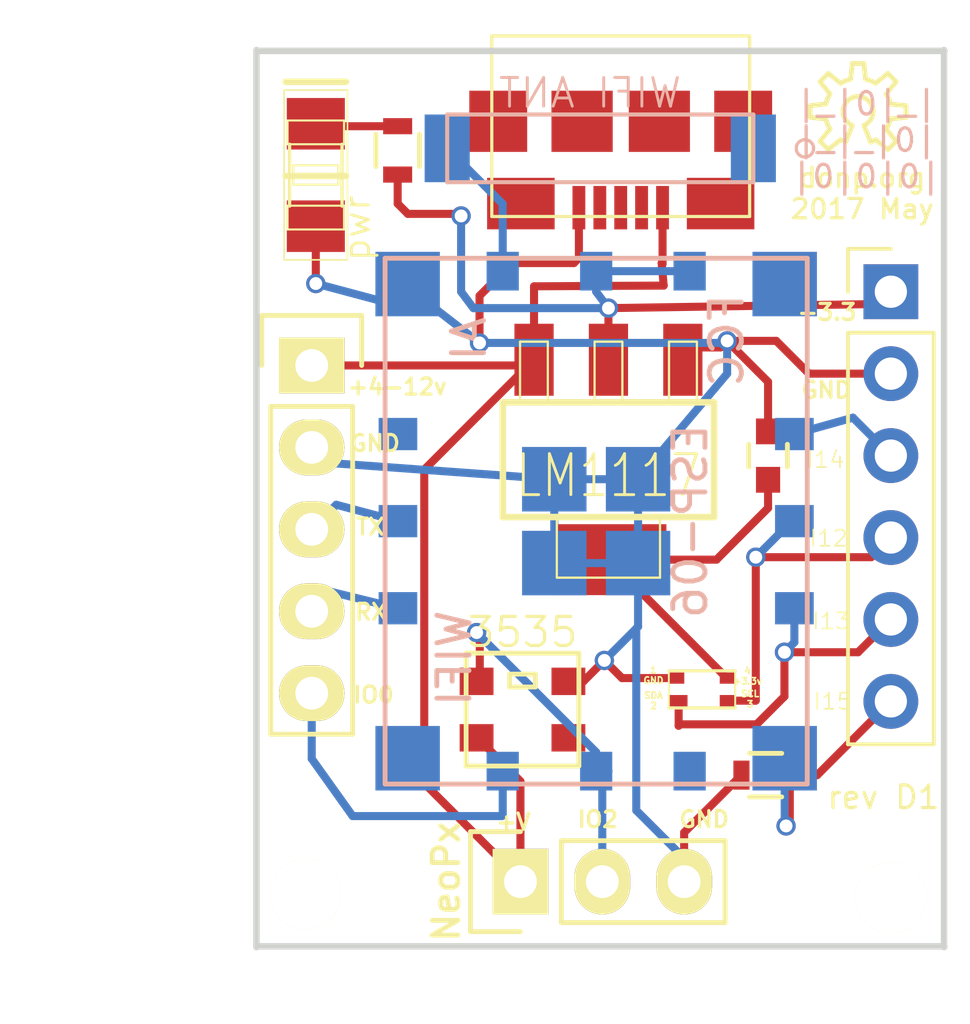
<source format=kicad_pcb>
(kicad_pcb (version 20171130) (host pcbnew 5.0.2-bee76a0~70~ubuntu18.04.1)

  (general
    (thickness 1.6)
    (drawings 25)
    (tracks 134)
    (zones 0)
    (modules 16)
    (nets 1)
  )

  (page A4)
  (layers
    (0 F.Cu signal)
    (31 B.Cu signal)
    (32 B.Adhes user)
    (33 F.Adhes user)
    (34 B.Paste user)
    (35 F.Paste user)
    (36 B.SilkS user)
    (37 F.SilkS user)
    (38 B.Mask user)
    (39 F.Mask user)
    (40 Dwgs.User user)
    (41 Cmts.User user)
    (42 Eco1.User user)
    (43 Eco2.User user)
    (44 Edge.Cuts user)
    (45 Margin user)
    (46 B.CrtYd user)
    (47 F.CrtYd user)
    (48 B.Fab user)
    (49 F.Fab user)
  )

  (setup
    (last_trace_width 0.25)
    (trace_clearance 0.2)
    (zone_clearance 0.508)
    (zone_45_only no)
    (trace_min 0.2)
    (segment_width 0.2)
    (edge_width 0.2)
    (via_size 0.6)
    (via_drill 0.4)
    (via_min_size 0.4)
    (via_min_drill 0.3)
    (uvia_size 0.3)
    (uvia_drill 0.1)
    (uvias_allowed no)
    (uvia_min_size 0.2)
    (uvia_min_drill 0.1)
    (pcb_text_width 0.3)
    (pcb_text_size 1.5 1.5)
    (mod_edge_width 0.15)
    (mod_text_size 1 1)
    (mod_text_width 0.15)
    (pad_size 0.55 0.35)
    (pad_drill 0)
    (pad_to_mask_clearance 0.2)
    (solder_mask_min_width 0.25)
    (aux_axis_origin 0 0)
    (visible_elements FFFEFF7F)
    (pcbplotparams
      (layerselection 0x010f0_80000001)
      (usegerberextensions true)
      (usegerberattributes false)
      (usegerberadvancedattributes false)
      (creategerberjobfile false)
      (excludeedgelayer true)
      (linewidth 0.100000)
      (plotframeref false)
      (viasonmask false)
      (mode 1)
      (useauxorigin false)
      (hpglpennumber 1)
      (hpglpenspeed 20)
      (hpglpendiameter 15.000000)
      (psnegative false)
      (psa4output false)
      (plotreference true)
      (plotvalue true)
      (plotinvisibletext false)
      (padsonsilk false)
      (subtractmaskfromsilk false)
      (outputformat 1)
      (mirror false)
      (drillshape 0)
      (scaleselection 1)
      (outputdirectory "/home/donp/osh/espsquare"))
  )

  (net 0 "")

  (net_class Default "This is the default net class."
    (clearance 0.2)
    (trace_width 0.25)
    (via_dia 0.6)
    (via_drill 0.4)
    (uvia_dia 0.3)
    (uvia_drill 0.1)
  )

  (module Resistors_SMD:R_0603 (layer F.Cu) (tedit 57B8D37B) (tstamp 595538FA)
    (at 147.7518 60.452)
    (descr "Resistor SMD 0603, reflow soldering, Vishay (see dcrcw.pdf)")
    (tags "resistor 0603")
    (attr smd)
    (fp_text reference "" (at 0 -1.9) (layer F.SilkS)
      (effects (font (size 1 1) (thickness 0.15)))
    )
    (fp_text value R_0603 (at 0 1.9) (layer F.Fab)
      (effects (font (size 0.5 0.5) (thickness 0.125)))
    )
    (fp_line (start -1.3 -0.8) (end 1.3 -0.8) (layer F.CrtYd) (width 0.05))
    (fp_line (start -1.3 0.8) (end 1.3 0.8) (layer F.CrtYd) (width 0.05))
    (fp_line (start -1.3 -0.8) (end -1.3 0.8) (layer F.CrtYd) (width 0.05))
    (fp_line (start 1.3 -0.8) (end 1.3 0.8) (layer F.CrtYd) (width 0.05))
    (fp_line (start 0.5 0.675) (end -0.5 0.675) (layer F.SilkS) (width 0.15))
    (fp_line (start -0.5 -0.675) (end 0.5 -0.675) (layer F.SilkS) (width 0.15))
    (pad 1 smd rect (at -0.75 0) (size 0.5 0.9) (layers F.Cu F.Paste F.Mask))
    (pad 2 smd rect (at 0.75 0) (size 0.5 0.9) (layers F.Cu F.Paste F.Mask))
    (model Resistors_SMD.3dshapes/R_0603.wrl
      (at (xyz 0 0 0))
      (scale (xyz 1 1 1))
      (rotate (xyz 0 0 0))
    )
    (model Resistors_SMD.3dshapes/R_0603.wrl
      (at (xyz 0 0 0))
      (scale (xyz 1 1 1))
      (rotate (xyz 0 0 0))
    )
    (model Resistors_SMD.3dshapes/R_0603.wrl
      (at (xyz 0 0 0))
      (scale (xyz 1 1 1))
      (rotate (xyz 0 0 0))
    )
    (model Resistors_SMD.3dshapes/R_0603.wrl
      (at (xyz 0 0 0))
      (scale (xyz 1 1 1))
      (rotate (xyz 0 0 0))
    )
  )

  (module veml-rgb:VEML6040 (layer F.Cu) (tedit 590A0B07) (tstamp 58E21996)
    (at 145.9484 56.7182)
    (fp_text reference "" (at 0.24 2.46) (layer F.SilkS)
      (effects (font (size 1 1) (thickness 0.15)))
    )
    (fp_text value VEML6040 (at 0 -0.5) (layer F.Fab)
      (effects (font (size 1 1) (thickness 0.15)))
    )
    (fp_line (start -1.2 0.5) (end -1.2 1.65) (layer F.SilkS) (width 0.06))
    (fp_line (start -1.2 1.65) (end 0.86 1.65) (layer F.SilkS) (width 0.1))
    (fp_line (start 0.86 1.65) (end 0.86 0.5) (layer F.SilkS) (width 0.06))
    (fp_line (start -1.2 0.5) (end 0.86 0.5) (layer F.SilkS) (width 0.1))
    (pad GND smd rect (at -0.945 0.725) (size 0.45 0.35) (layers F.Cu F.Paste F.Mask))
    (pad +V smd rect (at 0.605 0.725) (size 0.45 0.35) (layers F.Cu F.Paste F.Mask))
    (pad 3 smd rect (at 0.605 1.425) (size 0.45 0.35) (layers F.Cu F.Paste F.Mask))
    (pad 2 smd rect (at -0.895 1.425) (size 0.55 0.35) (layers F.Cu F.Paste F.Mask))
  )

  (module Pin_Headers:Pin_Header_Straight_1x05 (layer F.Cu) (tedit 5C6C5FCF) (tstamp 57BBFF38)
    (at 133.6675 47.752)
    (descr "Through hole pin header")
    (tags "pin header")
    (fp_text reference "" (at 0 -5.1) (layer F.SilkS)
      (effects (font (size 1 1) (thickness 0.15)))
    )
    (fp_text value Pin_Header_Straight_1x05 (at 0 -3.1) (layer F.Fab) hide
      (effects (font (size 1 1) (thickness 0.15)))
    )
    (fp_line (start -1.55 0) (end -1.55 -1.55) (layer F.SilkS) (width 0.15))
    (fp_line (start -1.55 -1.55) (end 1.55 -1.55) (layer F.SilkS) (width 0.15))
    (fp_line (start 1.55 -1.55) (end 1.55 0) (layer F.SilkS) (width 0.15))
    (fp_line (start -1.75 -1.75) (end -1.75 11.95) (layer F.CrtYd) (width 0.05))
    (fp_line (start 1.75 -1.75) (end 1.75 11.95) (layer F.CrtYd) (width 0.05))
    (fp_line (start -1.75 -1.75) (end 1.75 -1.75) (layer F.CrtYd) (width 0.05))
    (fp_line (start -1.75 11.95) (end 1.75 11.95) (layer F.CrtYd) (width 0.05))
    (fp_line (start 1.27 1.27) (end 1.27 11.43) (layer F.SilkS) (width 0.15))
    (fp_line (start 1.27 11.43) (end -1.27 11.43) (layer F.SilkS) (width 0.15))
    (fp_line (start -1.27 11.43) (end -1.27 1.27) (layer F.SilkS) (width 0.15))
    (fp_line (start 1.27 1.27) (end -1.27 1.27) (layer F.SilkS) (width 0.15))
    (pad 1 thru_hole rect (at 0 0) (size 2.032 1.7272) (drill 1.016) (layers *.Cu *.Mask F.SilkS))
    (pad 2 thru_hole oval (at 0 2.54) (size 2.032 1.7272) (drill 1.016) (layers *.Cu *.Mask F.SilkS))
    (pad 3 thru_hole oval (at 0 5.08) (size 2.032 1.7272) (drill 1.016) (layers *.Cu *.Mask F.SilkS))
    (pad 4 thru_hole oval (at 0 7.62) (size 2.032 1.7272) (drill 1.016) (layers *.Cu *.Mask F.SilkS))
    (pad 5 thru_hole oval (at 0 10.16) (size 2.032 1.7272) (drill 1.016) (layers *.Cu *.Mask F.SilkS))
    (model Pin_Headers.3dshapes/Pin_Header_Straight_1x05.wrl
      (offset (xyz 0 -5.079999923706055 0))
      (scale (xyz 1 1 1))
      (rotate (xyz 0 0 90))
    )
    (model Pin_Headers.3dshapes/Pin_Header_Straight_1x05.wrl
      (offset (xyz 0 -5.079999923706055 0))
      (scale (xyz 1 1 1))
      (rotate (xyz 0 0 90))
    )
    (model Pin_Headers.3dshapes/Pin_Header_Straight_1x05.wrl
      (offset (xyz 0 -5.079999923706055 0))
      (scale (xyz 1 1 1))
      (rotate (xyz 0 0 90))
    )
    (model Pin_Headers.3dshapes/Pin_Header_Straight_1x05.wrl
      (offset (xyz 0 -5.079999923706055 0))
      (scale (xyz 1 1 1))
      (rotate (xyz 0 0 90))
    )
  )

  (module ESP8266:ESP-06 (layer B.Cu) (tedit 57B8CC68) (tstamp 56EF2894)
    (at 142.494 52.578 270)
    (fp_text reference ESP-06 (at 0 -2.921 270) (layer B.SilkS)
      (effects (font (size 1 1) (thickness 0.15)) (justify mirror))
    )
    (fp_text value ESP-06 (at 0 0.5 270) (layer F.Fab)
      (effects (font (size 1 1) (thickness 0.15)))
    )
    (fp_text user AI (at -5.65 3.95 270) (layer B.SilkS)
      (effects (font (size 1 1) (thickness 0.15)) (justify mirror))
    )
    (fp_text user WIFI (at 4.25 4.4 270) (layer B.SilkS)
      (effects (font (size 1 1) (thickness 0.15)) (justify mirror))
    )
    (fp_text user FCC (at -5.6 -4.05 270) (layer B.SilkS)
      (effects (font (size 1 1) (thickness 0.15)) (justify mirror))
    )
    (fp_line (start -8.15 -6.55) (end 8.15 -6.55) (layer B.SilkS) (width 0.15))
    (fp_line (start 8.15 -6.55) (end 8.15 6.55) (layer B.SilkS) (width 0.15))
    (fp_line (start 8.15 6.55) (end -8.15 6.55) (layer B.SilkS) (width 0.15))
    (fp_line (start -8.15 6.55) (end -8.15 -6.55) (layer B.SilkS) (width 0.15))
    (pad GND smd rect (at -7.35 5.85 270) (size 2 2) (layers B.Cu B.Paste B.Mask))
    (pad GP5 smd rect (at 7.35 5.85 270) (size 2 2) (layers B.Cu B.Paste B.Mask))
    (pad GP16 smd rect (at -7.35 -5.85 270) (size 2 2) (layers B.Cu B.Paste B.Mask))
    (pad GP15 smd rect (at 7.35 -5.85 270) (size 2 2) (layers B.Cu B.Paste B.Mask))
    (pad GP14 smd rect (at -2.7 -6.15 270) (size 1 1.2) (layers B.Cu B.Paste B.Mask))
    (pad GP12 smd rect (at 0 -6.15 270) (size 1 1.2) (layers B.Cu B.Paste B.Mask))
    (pad GP13 smd rect (at 2.7 -6.15 270) (size 1 1.2) (layers B.Cu B.Paste B.Mask))
    (pad TX smd rect (at 0 6.15 270) (size 1 1.2) (layers B.Cu B.Paste B.Mask))
    (pad RST smd rect (at -2.7 6.15 270) (size 1 1.2) (layers B.Cu B.Paste B.Mask))
    (pad RX smd rect (at 2.7 6.15 270) (size 1 1.2) (layers B.Cu B.Paste B.Mask))
    (pad 3.3 smd rect (at -7.75 0 270) (size 1.2 1) (layers B.Cu B.Paste B.Mask))
    (pad CHPD smd rect (at -7.75 -2.9 270) (size 1.2 1) (layers B.Cu B.Paste B.Mask))
    (pad ANT smd rect (at -7.75 2.9 270) (size 1.2 1) (layers B.Cu B.Paste B.Mask))
    (pad GP2 smd rect (at 7.75 0 270) (size 1.2 1) (layers B.Cu B.Paste B.Mask))
    (pad GP0 smd rect (at 7.75 2.9 270) (size 1.2 1) (layers B.Cu B.Paste B.Mask))
    (pad GP4 smd rect (at 7.75 -2.9 270) (size 1.2 1) (layers B.Cu B.Paste B.Mask))
    (pad GND smd rect (at -1.3 1.3 270) (size 2 2) (layers B.Cu B.Paste B.Mask))
    (pad GND smd rect (at 1.3 1.3 270) (size 2 2) (layers B.Cu B.Paste B.Mask))
    (pad GND smd rect (at -1.3 -1.3 270) (size 2 2) (layers B.Cu B.Paste B.Mask))
    (pad GND smd rect (at 1.3 -1.3 270) (size 2 2) (layers B.Cu B.Paste B.Mask))
  )

  (module Mounting_Holes:MountingHole_2.2mm_M2 (layer F.Cu) (tedit 57BC20FF) (tstamp 57BE41FB)
    (at 133.477 64.135)
    (descr "Mounting Hole 2.2mm, no annular, M2")
    (tags "mounting hole 2.2mm no annular m2")
    (fp_text reference "" (at 0 -3.2) (layer F.SilkS)
      (effects (font (size 1 1) (thickness 0.15)))
    )
    (fp_text value MountingHole_2.2mm_M2 (at 0 3.2) (layer F.Fab)
      (effects (font (size 1 1) (thickness 0.15)))
    )
    (fp_circle (center 0 0) (end 2.2 0) (layer Cmts.User) (width 0.15))
    (fp_circle (center 0 0) (end 2.45 0) (layer F.CrtYd) (width 0.05))
    (pad 1 np_thru_hole circle (at 0 0) (size 2.2 2.2) (drill 2.2) (layers *.Cu *.Mask F.SilkS))
  )

  (module aalay:aalay-LED1206 (layer F.Cu) (tedit 57B713D9) (tstamp 56F9A37D)
    (at 133.7945 41.8465 90)
    (attr smd)
    (fp_text reference pwr (at -1.651 1.27 90) (layer F.SilkS)
      (effects (font (size 0.8 0.8) (thickness 0.0889)))
    )
    (fp_text value >VALUE (at 0.508 2.032 90) (layer B.SilkS) hide
      (effects (font (size 1.016 1.016) (thickness 0.0889)) (justify mirror))
    )
    (fp_line (start -1.6891 0.8763) (end -0.9525 0.8763) (layer F.SilkS) (width 0.06604))
    (fp_line (start -0.9525 0.8763) (end -0.9525 -0.8763) (layer F.SilkS) (width 0.06604))
    (fp_line (start -1.6891 -0.8763) (end -0.9525 -0.8763) (layer F.SilkS) (width 0.06604))
    (fp_line (start -1.6891 0.8763) (end -1.6891 -0.8763) (layer F.SilkS) (width 0.06604))
    (fp_line (start 0.9525 0.8763) (end 1.6891 0.8763) (layer F.SilkS) (width 0.06604))
    (fp_line (start 1.6891 0.8763) (end 1.6891 -0.8763) (layer F.SilkS) (width 0.06604))
    (fp_line (start 0.9525 -0.8763) (end 1.6891 -0.8763) (layer F.SilkS) (width 0.06604))
    (fp_line (start 0.9525 0.8763) (end 0.9525 -0.8763) (layer F.SilkS) (width 0.06604))
    (fp_line (start -0.29972 0.6985) (end 0.29972 0.6985) (layer F.SilkS) (width 0.06604))
    (fp_line (start 0.29972 0.6985) (end 0.29972 -0.6985) (layer F.SilkS) (width 0.06604))
    (fp_line (start -0.29972 -0.6985) (end 0.29972 -0.6985) (layer F.SilkS) (width 0.06604))
    (fp_line (start -0.29972 0.6985) (end -0.29972 -0.6985) (layer F.SilkS) (width 0.06604))
    (fp_line (start 0.9525 0.8128) (end -0.9652 0.8128) (layer F.SilkS) (width 0.1016))
    (fp_line (start 0.9525 -0.8128) (end -0.9652 -0.8128) (layer F.SilkS) (width 0.1016))
    (fp_line (start -2.63144 -0.98298) (end 2.63144 -0.98298) (layer F.SilkS) (width 0.0508))
    (fp_line (start 2.63144 -0.98298) (end 2.63144 0.98298) (layer F.SilkS) (width 0.0508))
    (fp_line (start 2.63144 0.98298) (end -2.63144 0.98298) (layer F.SilkS) (width 0.0508))
    (fp_line (start -2.63144 0.98298) (end -2.63144 -0.98298) (layer F.SilkS) (width 0.0508))
    (fp_line (start -0.03048 0.93472) (end -0.03048 -0.93472) (layer F.SilkS) (width 0.2032))
    (fp_line (start 2.88798 0.93472) (end 2.88798 -0.93472) (layer F.SilkS) (width 0.2032))
    (pad A smd rect (at -1.5875 0 90) (size 1.59766 1.80086) (layers F.Cu F.Paste F.Mask))
    (pad K smd rect (at 1.5875 0 90) (size 1.59766 1.80086) (layers F.Cu F.Paste F.Mask))
  )

  (module Pin_Headers:Pin_Header_Straight_1x03 (layer F.Cu) (tedit 57B8E513) (tstamp 56F7230E)
    (at 140.1445 63.754 90)
    (descr "Through hole pin header")
    (tags "pin header")
    (fp_text reference NeoPx (at 0 -2.3 90) (layer F.SilkS)
      (effects (font (size 0.8 0.8) (thickness 0.15)))
    )
    (fp_text value Pin_Header_Straight_1x03 (at 0 -3.1 90) (layer F.Fab) hide
      (effects (font (size 1 1) (thickness 0.15)))
    )
    (fp_line (start -1.75 -1.75) (end -1.75 6.85) (layer F.CrtYd) (width 0.05))
    (fp_line (start 1.75 -1.75) (end 1.75 6.85) (layer F.CrtYd) (width 0.05))
    (fp_line (start -1.75 -1.75) (end 1.75 -1.75) (layer F.CrtYd) (width 0.05))
    (fp_line (start -1.75 6.85) (end 1.75 6.85) (layer F.CrtYd) (width 0.05))
    (fp_line (start -1.27 1.27) (end -1.27 6.35) (layer F.SilkS) (width 0.15))
    (fp_line (start -1.27 6.35) (end 1.27 6.35) (layer F.SilkS) (width 0.15))
    (fp_line (start 1.27 6.35) (end 1.27 1.27) (layer F.SilkS) (width 0.15))
    (fp_line (start 1.55 -1.55) (end 1.55 0) (layer F.SilkS) (width 0.15))
    (fp_line (start 1.27 1.27) (end -1.27 1.27) (layer F.SilkS) (width 0.15))
    (fp_line (start -1.55 0) (end -1.55 -1.55) (layer F.SilkS) (width 0.15))
    (fp_line (start -1.55 -1.55) (end 1.55 -1.55) (layer F.SilkS) (width 0.15))
    (pad 1 thru_hole rect (at 0 0 90) (size 2.032 1.7272) (drill 1.016) (layers *.Cu *.Mask F.SilkS))
    (pad 2 thru_hole oval (at 0 2.54 90) (size 2.032 1.7272) (drill 1.016) (layers *.Cu *.Mask F.SilkS))
    (pad 3 thru_hole oval (at 0 5.08 90) (size 2.032 1.7272) (drill 1.016) (layers *.Cu *.Mask F.SilkS))
    (model Pin_Headers.3dshapes/Pin_Header_Straight_1x03.wrl
      (offset (xyz 0 -2.539999961853027 0))
      (scale (xyz 1 1 1))
      (rotate (xyz 0 0 90))
    )
    (model Pin_Headers.3dshapes/Pin_Header_Straight_1x03.wrl
      (offset (xyz 0 -2.539999961853027 0))
      (scale (xyz 1 1 1))
      (rotate (xyz 0 0 90))
    )
  )

  (module aalay:aalay-SOT223 (layer F.Cu) (tedit 56F70B8E) (tstamp 56F03C8A)
    (at 142.875 50.673 180)
    (descr "SOT223 PACKAGE")
    (tags "SOT223 PACKAGE")
    (attr smd)
    (fp_text reference LM1117 (at 0 -0.5 180) (layer F.SilkS)
      (effects (font (size 1.27 1) (thickness 0.0889)))
    )
    (fp_text value >VALUE (at 1.27 0.6858 180) (layer B.SilkS) hide
      (effects (font (size 1.27 1.27) (thickness 0.0889)) (justify mirror))
    )
    (fp_line (start -1.6002 -1.80086) (end 1.6002 -1.80086) (layer F.SilkS) (width 0.06604))
    (fp_line (start 1.6002 -1.80086) (end 1.6002 -3.6576) (layer F.SilkS) (width 0.06604))
    (fp_line (start -1.6002 -3.6576) (end 1.6002 -3.6576) (layer F.SilkS) (width 0.06604))
    (fp_line (start -1.6002 -1.80086) (end -1.6002 -3.6576) (layer F.SilkS) (width 0.06604))
    (fp_line (start -0.4318 3.6576) (end 0.4318 3.6576) (layer F.SilkS) (width 0.06604))
    (fp_line (start 0.4318 3.6576) (end 0.4318 1.80086) (layer F.SilkS) (width 0.06604))
    (fp_line (start -0.4318 1.80086) (end 0.4318 1.80086) (layer F.SilkS) (width 0.06604))
    (fp_line (start -0.4318 3.6576) (end -0.4318 1.80086) (layer F.SilkS) (width 0.06604))
    (fp_line (start -2.7432 3.6576) (end -1.8796 3.6576) (layer F.SilkS) (width 0.06604))
    (fp_line (start -1.8796 3.6576) (end -1.8796 1.80086) (layer F.SilkS) (width 0.06604))
    (fp_line (start -2.7432 1.80086) (end -1.8796 1.80086) (layer F.SilkS) (width 0.06604))
    (fp_line (start -2.7432 3.6576) (end -2.7432 1.80086) (layer F.SilkS) (width 0.06604))
    (fp_line (start 1.8796 3.6576) (end 2.7432 3.6576) (layer F.SilkS) (width 0.06604))
    (fp_line (start 2.7432 3.6576) (end 2.7432 1.80086) (layer F.SilkS) (width 0.06604))
    (fp_line (start 1.8796 1.80086) (end 2.7432 1.80086) (layer F.SilkS) (width 0.06604))
    (fp_line (start 1.8796 3.6576) (end 1.8796 1.80086) (layer F.SilkS) (width 0.06604))
    (fp_line (start -1.6002 -1.80086) (end 1.6002 -1.80086) (layer F.SilkS) (width 0.06604))
    (fp_line (start 1.6002 -1.80086) (end 1.6002 -3.6576) (layer F.SilkS) (width 0.06604))
    (fp_line (start -1.6002 -3.6576) (end 1.6002 -3.6576) (layer F.SilkS) (width 0.06604))
    (fp_line (start -1.6002 -1.80086) (end -1.6002 -3.6576) (layer F.SilkS) (width 0.06604))
    (fp_line (start -0.4318 3.6576) (end 0.4318 3.6576) (layer F.SilkS) (width 0.06604))
    (fp_line (start 0.4318 3.6576) (end 0.4318 1.80086) (layer F.SilkS) (width 0.06604))
    (fp_line (start -0.4318 1.80086) (end 0.4318 1.80086) (layer F.SilkS) (width 0.06604))
    (fp_line (start -0.4318 3.6576) (end -0.4318 1.80086) (layer F.SilkS) (width 0.06604))
    (fp_line (start -2.7432 3.6576) (end -1.8796 3.6576) (layer F.SilkS) (width 0.06604))
    (fp_line (start -1.8796 3.6576) (end -1.8796 1.80086) (layer F.SilkS) (width 0.06604))
    (fp_line (start -2.7432 1.80086) (end -1.8796 1.80086) (layer F.SilkS) (width 0.06604))
    (fp_line (start -2.7432 3.6576) (end -2.7432 1.80086) (layer F.SilkS) (width 0.06604))
    (fp_line (start 1.8796 3.6576) (end 2.7432 3.6576) (layer F.SilkS) (width 0.06604))
    (fp_line (start 2.7432 3.6576) (end 2.7432 1.80086) (layer F.SilkS) (width 0.06604))
    (fp_line (start 1.8796 1.80086) (end 2.7432 1.80086) (layer F.SilkS) (width 0.06604))
    (fp_line (start 1.8796 3.6576) (end 1.8796 1.80086) (layer F.SilkS) (width 0.06604))
    (fp_line (start 3.2766 -1.778) (end 3.2766 1.778) (layer F.SilkS) (width 0.2032))
    (fp_line (start 3.2766 1.778) (end -3.2766 1.778) (layer F.SilkS) (width 0.2032))
    (fp_line (start -3.2766 1.778) (end -3.2766 -1.778) (layer F.SilkS) (width 0.2032))
    (fp_line (start -3.2766 -1.778) (end 3.2766 -1.778) (layer F.SilkS) (width 0.2032))
    (pad GND smd rect (at -2.30886 3.0988 180) (size 1.21666 2.23266) (layers F.Cu F.Paste F.Mask))
    (pad OUT smd rect (at 0 3.0988 180) (size 1.21666 2.23266) (layers F.Cu F.Paste F.Mask))
    (pad IN smd rect (at 2.30886 3.0988 180) (size 1.21666 2.23266) (layers F.Cu F.Paste F.Mask))
    (pad OUT smd rect (at 0 -3.0988 180) (size 3.59918 2.19964) (layers F.Cu F.Paste F.Mask))
  )

  (module OPL-Antenna:OPL-Antenna-ANT2-SMD-9.5X2.1X1.0MM (layer B.Cu) (tedit 577AC5CE) (tstamp 56EF2E24)
    (at 142.621 41.021 180)
    (attr smd)
    (fp_text reference "WIFI ANT" (at 0.3175 1.7145 180) (layer B.SilkS)
      (effects (font (size 0.889 0.889) (thickness 0.0889)) (justify mirror))
    )
    (fp_text value >VALUE (at 0.762 -2.0955 180) (layer F.SilkS) hide
      (effects (font (size 0.889 0.889) (thickness 0.0889)))
    )
    (fp_line (start -4.7498 -1.04902) (end 4.7498 -1.04902) (layer B.SilkS) (width 0.06604))
    (fp_line (start 4.7498 -1.04902) (end 4.7498 1.04902) (layer B.SilkS) (width 0.06604))
    (fp_line (start -4.7498 1.04902) (end 4.7498 1.04902) (layer B.SilkS) (width 0.06604))
    (fp_line (start -4.7498 -1.04902) (end -4.7498 1.04902) (layer B.SilkS) (width 0.06604))
    (fp_line (start -4.7498 1.04902) (end 4.7498 1.04902) (layer B.SilkS) (width 0.127))
    (fp_line (start 4.7498 1.04902) (end 4.7498 -1.04902) (layer B.SilkS) (width 0.127))
    (fp_line (start 4.7498 -1.04902) (end -4.7498 -1.04902) (layer B.SilkS) (width 0.127))
    (fp_line (start -4.7498 -1.04902) (end -4.7498 1.04902) (layer B.SilkS) (width 0.127))
    (fp_circle (center -6.35 0) (end -6.5405 -0.1905) (layer B.SilkS) (width 0.1))
    (pad 1 smd rect (at -4.7498 0 180) (size 1.39954 2.09804) (layers B.Cu B.Paste B.Mask))
    (pad 2 smd rect (at 4.7498 0 180) (size 1.39954 2.09804) (layers B.Cu B.Paste B.Mask))
  )

  (module Resistors_SMD:R_0603 (layer F.Cu) (tedit 57B8D37B) (tstamp 577AC355)
    (at 136.3345 41.0845 90)
    (descr "Resistor SMD 0603, reflow soldering, Vishay (see dcrcw.pdf)")
    (tags "resistor 0603")
    (attr smd)
    (fp_text reference "" (at 0 -1.9 90) (layer F.SilkS)
      (effects (font (size 1 1) (thickness 0.15)))
    )
    (fp_text value R_0603 (at 0 1.9 90) (layer F.Fab)
      (effects (font (size 0.5 0.5) (thickness 0.125)))
    )
    (fp_line (start -1.3 -0.8) (end 1.3 -0.8) (layer F.CrtYd) (width 0.05))
    (fp_line (start -1.3 0.8) (end 1.3 0.8) (layer F.CrtYd) (width 0.05))
    (fp_line (start -1.3 -0.8) (end -1.3 0.8) (layer F.CrtYd) (width 0.05))
    (fp_line (start 1.3 -0.8) (end 1.3 0.8) (layer F.CrtYd) (width 0.05))
    (fp_line (start 0.5 0.675) (end -0.5 0.675) (layer F.SilkS) (width 0.15))
    (fp_line (start -0.5 -0.675) (end 0.5 -0.675) (layer F.SilkS) (width 0.15))
    (pad 1 smd rect (at -0.75 0 90) (size 0.5 0.9) (layers F.Cu F.Paste F.Mask))
    (pad 2 smd rect (at 0.75 0 90) (size 0.5 0.9) (layers F.Cu F.Paste F.Mask))
    (model Resistors_SMD.3dshapes/R_0603.wrl
      (at (xyz 0 0 0))
      (scale (xyz 1 1 1))
      (rotate (xyz 0 0 0))
    )
    (model Resistors_SMD.3dshapes/R_0603.wrl
      (at (xyz 0 0 0))
      (scale (xyz 1 1 1))
      (rotate (xyz 0 0 0))
    )
    (model Resistors_SMD.3dshapes/R_0603.wrl
      (at (xyz 0 0 0))
      (scale (xyz 1 1 1))
      (rotate (xyz 0 0 0))
    )
    (model Resistors_SMD.3dshapes/R_0603.wrl
      (at (xyz 0 0 0))
      (scale (xyz 1 1 1))
      (rotate (xyz 0 0 0))
    )
  )

  (module Capacitors_SMD:C_0603 (layer F.Cu) (tedit 57B556AC) (tstamp 57B66417)
    (at 147.828 50.546 90)
    (descr "Capacitor SMD 0603, reflow soldering, AVX (see smccp.pdf)")
    (tags "capacitor 0603")
    (attr smd)
    (fp_text reference "" (at 0 -1.9 90) (layer F.SilkS)
      (effects (font (size 1 1) (thickness 0.15)))
    )
    (fp_text value C_0603 (at 0 1.9 90) (layer F.Fab)
      (effects (font (size 1 1) (thickness 0.15)))
    )
    (fp_line (start -1.45 -0.75) (end 1.45 -0.75) (layer F.CrtYd) (width 0.05))
    (fp_line (start -1.45 0.75) (end 1.45 0.75) (layer F.CrtYd) (width 0.05))
    (fp_line (start -1.45 -0.75) (end -1.45 0.75) (layer F.CrtYd) (width 0.05))
    (fp_line (start 1.45 -0.75) (end 1.45 0.75) (layer F.CrtYd) (width 0.05))
    (fp_line (start -0.35 -0.6) (end 0.35 -0.6) (layer F.SilkS) (width 0.15))
    (fp_line (start 0.35 0.6) (end -0.35 0.6) (layer F.SilkS) (width 0.15))
    (pad 1 smd rect (at -0.75 0 90) (size 0.8 0.75) (layers F.Cu F.Paste F.Mask))
    (pad 2 smd rect (at 0.75 0 90) (size 0.8 0.75) (layers F.Cu F.Paste F.Mask))
    (model Capacitors_SMD.3dshapes/C_0603.wrl
      (at (xyz 0 0 0))
      (scale (xyz 1 1 1))
      (rotate (xyz 0 0 0))
    )
    (model Capacitors_SMD.3dshapes/C_0603.wrl
      (at (xyz 0 0 0))
      (scale (xyz 1 1 1))
      (rotate (xyz 0 0 0))
    )
  )

  (module aalay:aalay-OSHW_LOGO_S (layer F.Cu) (tedit 200000) (tstamp 57B820CA)
    (at 150.622 39.878)
    (attr virtual)
    (fp_text reference "" (at 0 0) (layer F.SilkS)
      (effects (font (size 1.524 1.524) (thickness 0.15)))
    )
    (fp_text value "" (at 0 0) (layer F.SilkS)
      (effects (font (size 1.524 1.524) (thickness 0.15)))
    )
    (fp_line (start 0.3937 0.9525) (end 0.5461 0.87376) (layer F.SilkS) (width 0.14986))
    (fp_line (start 0.5461 0.87376) (end 0.92202 1.1811) (layer F.SilkS) (width 0.14986))
    (fp_line (start 0.92202 1.1811) (end 1.1811 0.92202) (layer F.SilkS) (width 0.14986))
    (fp_line (start 1.1811 0.92202) (end 0.87376 0.5461) (layer F.SilkS) (width 0.14986))
    (fp_line (start 0.87376 0.5461) (end 0.9525 0.3937) (layer F.SilkS) (width 0.14986))
    (fp_line (start 0.9525 0.3937) (end 1.0033 0.23114) (layer F.SilkS) (width 0.14986))
    (fp_line (start 1.0033 0.23114) (end 1.48844 0.18034) (layer F.SilkS) (width 0.14986))
    (fp_line (start 1.48844 0.18034) (end 1.48844 -0.18034) (layer F.SilkS) (width 0.14986))
    (fp_line (start 1.48844 -0.18034) (end 1.0033 -0.23114) (layer F.SilkS) (width 0.14986))
    (fp_line (start 1.0033 -0.23114) (end 0.9525 -0.3937) (layer F.SilkS) (width 0.14986))
    (fp_line (start 0.9525 -0.3937) (end 0.87376 -0.5461) (layer F.SilkS) (width 0.14986))
    (fp_line (start 0.87376 -0.5461) (end 1.1811 -0.92202) (layer F.SilkS) (width 0.14986))
    (fp_line (start 1.1811 -0.92202) (end 0.92202 -1.1811) (layer F.SilkS) (width 0.14986))
    (fp_line (start 0.92202 -1.1811) (end 0.5461 -0.87376) (layer F.SilkS) (width 0.14986))
    (fp_line (start 0.5461 -0.87376) (end 0.3937 -0.9525) (layer F.SilkS) (width 0.14986))
    (fp_line (start 0.3937 -0.9525) (end 0.23114 -1.0033) (layer F.SilkS) (width 0.14986))
    (fp_line (start 0.23114 -1.0033) (end 0.18034 -1.48844) (layer F.SilkS) (width 0.14986))
    (fp_line (start 0.18034 -1.48844) (end -0.18034 -1.48844) (layer F.SilkS) (width 0.14986))
    (fp_line (start -0.18034 -1.48844) (end -0.23114 -1.0033) (layer F.SilkS) (width 0.14986))
    (fp_line (start -0.23114 -1.0033) (end -0.3937 -0.9525) (layer F.SilkS) (width 0.14986))
    (fp_line (start -0.3937 -0.9525) (end -0.5461 -0.87376) (layer F.SilkS) (width 0.14986))
    (fp_line (start -0.5461 -0.87376) (end -0.92202 -1.1811) (layer F.SilkS) (width 0.14986))
    (fp_line (start -0.92202 -1.1811) (end -1.1811 -0.92202) (layer F.SilkS) (width 0.14986))
    (fp_line (start -1.1811 -0.92202) (end -0.87376 -0.5461) (layer F.SilkS) (width 0.14986))
    (fp_line (start -0.87376 -0.5461) (end -0.9525 -0.3937) (layer F.SilkS) (width 0.14986))
    (fp_line (start -0.9525 -0.3937) (end -1.0033 -0.23114) (layer F.SilkS) (width 0.14986))
    (fp_line (start -1.0033 -0.23114) (end -1.48844 -0.18034) (layer F.SilkS) (width 0.14986))
    (fp_line (start -1.48844 -0.18034) (end -1.48844 0.18034) (layer F.SilkS) (width 0.14986))
    (fp_line (start -1.48844 0.18034) (end -1.0033 0.23114) (layer F.SilkS) (width 0.14986))
    (fp_line (start -1.0033 0.23114) (end -0.9525 0.3937) (layer F.SilkS) (width 0.14986))
    (fp_line (start -0.9525 0.3937) (end -0.87376 0.5461) (layer F.SilkS) (width 0.14986))
    (fp_line (start -0.87376 0.5461) (end -1.1811 0.92202) (layer F.SilkS) (width 0.14986))
    (fp_line (start -1.1811 0.92202) (end -0.92202 1.1811) (layer F.SilkS) (width 0.14986))
    (fp_line (start -0.92202 1.1811) (end -0.5461 0.87376) (layer F.SilkS) (width 0.14986))
    (fp_line (start -0.5461 0.87376) (end -0.3937 0.9525) (layer F.SilkS) (width 0.14986))
    (fp_line (start -0.3937 0.9525) (end -0.1778 0.4318) (layer F.SilkS) (width 0.14986))
    (fp_line (start -0.1778 0.4318) (end -0.27432 0.37846) (layer F.SilkS) (width 0.14986))
    (fp_line (start -0.27432 0.37846) (end -0.3556 0.30226) (layer F.SilkS) (width 0.14986))
    (fp_line (start -0.3556 0.30226) (end -0.41656 0.21082) (layer F.SilkS) (width 0.14986))
    (fp_line (start -0.41656 0.21082) (end -0.45466 0.10922) (layer F.SilkS) (width 0.14986))
    (fp_line (start -0.45466 0.10922) (end -0.46736 0) (layer F.SilkS) (width 0.14986))
    (fp_line (start -0.46736 0) (end -0.45466 -0.10922) (layer F.SilkS) (width 0.14986))
    (fp_line (start -0.45466 -0.10922) (end -0.41402 -0.2159) (layer F.SilkS) (width 0.14986))
    (fp_line (start -0.41402 -0.2159) (end -0.35052 -0.30734) (layer F.SilkS) (width 0.14986))
    (fp_line (start -0.35052 -0.30734) (end -0.2667 -0.38354) (layer F.SilkS) (width 0.14986))
    (fp_line (start -0.2667 -0.38354) (end -0.16764 -0.43434) (layer F.SilkS) (width 0.14986))
    (fp_line (start -0.16764 -0.43434) (end -0.06096 -0.46228) (layer F.SilkS) (width 0.14986))
    (fp_line (start -0.06096 -0.46228) (end 0.0508 -0.46482) (layer F.SilkS) (width 0.14986))
    (fp_line (start 0.0508 -0.46482) (end 0.16002 -0.43942) (layer F.SilkS) (width 0.14986))
    (fp_line (start 0.16002 -0.43942) (end 0.25908 -0.38862) (layer F.SilkS) (width 0.14986))
    (fp_line (start 0.25908 -0.38862) (end 0.34544 -0.31496) (layer F.SilkS) (width 0.14986))
    (fp_line (start 0.34544 -0.31496) (end 0.40894 -0.22352) (layer F.SilkS) (width 0.14986))
    (fp_line (start 0.40894 -0.22352) (end 0.45212 -0.11938) (layer F.SilkS) (width 0.14986))
    (fp_line (start 0.45212 -0.11938) (end 0.46736 -0.01016) (layer F.SilkS) (width 0.14986))
    (fp_line (start 0.46736 -0.01016) (end 0.4572 0.09906) (layer F.SilkS) (width 0.14986))
    (fp_line (start 0.4572 0.09906) (end 0.4191 0.20574) (layer F.SilkS) (width 0.14986))
    (fp_line (start 0.4191 0.20574) (end 0.35814 0.29972) (layer F.SilkS) (width 0.14986))
    (fp_line (start 0.35814 0.29972) (end 0.27686 0.37592) (layer F.SilkS) (width 0.14986))
    (fp_line (start 0.27686 0.37592) (end 0.1778 0.4318) (layer F.SilkS) (width 0.14986))
    (fp_line (start 0.1778 0.4318) (end 0.3937 0.9525) (layer F.SilkS) (width 0.14986))
  )

  (module open-project:MICRO-B_USB (layer F.Cu) (tedit 57DD5C72) (tstamp 57BAEA7E)
    (at 143.256 38.735 180)
    (fp_text reference "" (at 0 -5.842 180) (layer F.SilkS)
      (effects (font (size 0.762 0.762) (thickness 0.127)))
    )
    (fp_text value "" (at -0.05 2.09 180) (layer F.SilkS)
      (effects (font (size 0.762 0.762) (thickness 0.127)))
    )
    (fp_line (start -4.0005 1.00076) (end -4.0005 1.19888) (layer F.SilkS) (width 0.09906))
    (fp_line (start 4.0005 1.00076) (end 4.0005 1.19888) (layer F.SilkS) (width 0.09906))
    (fp_line (start -4.0005 -4.39928) (end 4.0005 -4.39928) (layer F.SilkS) (width 0.09906))
    (fp_line (start 4.0005 -4.39928) (end 4.0005 1.00076) (layer F.SilkS) (width 0.09906))
    (fp_line (start 4.0005 1.19888) (end -4.0005 1.19888) (layer F.SilkS) (width 0.09906))
    (fp_line (start -4.0005 1.00076) (end -4.0005 -4.39928) (layer F.SilkS) (width 0.09906))
    (pad "" smd rect (at -1.19888 -1.4478 180) (size 1.89738 1.89738) (layers F.Cu F.Paste F.Mask))
    (pad "" smd rect (at 1.19888 -1.4478 180) (size 1.89992 1.89738) (layers F.Cu F.Paste F.Mask))
    (pad "" smd rect (at 3.79984 -1.4478 180) (size 1.79578 1.89738) (layers F.Cu F.Paste F.Mask))
    (pad "" smd rect (at -3.0988 -3.99796 180) (size 2.0955 1.59766) (layers F.Cu F.Paste F.Mask))
    (pad +5 smd rect (at -1.29794 -4.12496 180) (size 0.39878 1.3462) (layers F.Cu F.Paste F.Mask)
      (clearance 0.2032))
    (pad 2 smd rect (at -0.6477 -4.12496 180) (size 0.39878 1.3462) (layers F.Cu F.Paste F.Mask)
      (clearance 0.2032))
    (pad 3 smd rect (at 0 -4.12496 180) (size 0.39878 1.3462) (layers F.Cu F.Paste F.Mask)
      (clearance 0.2032))
    (pad 4 smd rect (at 0.6477 -4.12496 180) (size 0.39878 1.3462) (layers F.Cu F.Paste F.Mask)
      (clearance 0.2032))
    (pad GND smd rect (at 1.29794 -4.12496 180) (size 0.39878 1.3462) (layers F.Cu F.Paste F.Mask)
      (clearance 0.2032))
    (pad "" smd rect (at 3.0988 -3.99796 180) (size 2.0955 1.59766) (layers F.Cu F.Paste F.Mask))
    (pad "" smd rect (at -3.79984 -1.4478 180) (size 1.79578 1.89738) (layers F.Cu F.Paste F.Mask))
  )

  (module Mounting_Holes:MountingHole_2.2mm_M2 (layer F.Cu) (tedit 5CA785C4) (tstamp 57BE41E9)
    (at 151.638 64.262)
    (descr "Mounting Hole 2.2mm, no annular, M2")
    (tags "mounting hole 2.2mm no annular m2")
    (fp_text reference "" (at 0 -3.2) (layer F.SilkS)
      (effects (font (size 1 1) (thickness 0.15)))
    )
    (fp_text value MountingHole_2.2mm_M2 (at 0 3.2) (layer F.Fab) hide
      (effects (font (size 1 1) (thickness 0.15)))
    )
    (fp_circle (center 0 0) (end 2.2 0) (layer Cmts.User) (width 0.15))
    (fp_circle (center 0 0) (end 2.45 0) (layer F.CrtYd) (width 0.05))
    (pad 1 np_thru_hole circle (at 0 0) (size 2.2 2.2) (drill 2.2) (layers *.Cu *.Mask F.SilkS))
  )

  (module ws2812:3535 (layer F.Cu) (tedit 588CDD58) (tstamp 57BA36BB)
    (at 140.208 58.42 180)
    (fp_text reference 3535 (at 0 2.4 180) (layer F.SilkS)
      (effects (font (size 0.9 0.9) (thickness 0.1)))
    )
    (fp_text value 3535 (at 0.05 -2.2 180) (layer F.Fab)
      (effects (font (size 1 1) (thickness 0.15)))
    )
    (fp_line (start -0.4 0.7) (end 0.4 0.7) (layer F.SilkS) (width 0.15))
    (fp_line (start 0.4 0.7) (end 0.4 1.1) (layer F.SilkS) (width 0.15))
    (fp_line (start 0.4 1.1) (end -0.4 1.1) (layer F.SilkS) (width 0.15))
    (fp_line (start -0.4 1.1) (end -0.4 0.7) (layer F.SilkS) (width 0.15))
    (fp_line (start 1.75 1.75) (end -1.75 1.75) (layer F.SilkS) (width 0.15))
    (fp_line (start -1.75 1.75) (end -1.75 -1.75) (layer F.SilkS) (width 0.15))
    (fp_line (start 1.75 -1.75) (end 1.75 1.75) (layer F.SilkS) (width 0.15))
    (fp_line (start -1.75 -1.75) (end 1.7 -1.75) (layer F.SilkS) (width 0.15))
    (pad IN smd rect (at 1.325 0.875 180) (size 1.05 0.85) (drill (offset 0.1 0)) (layers F.Cu F.Paste F.Mask))
    (pad VDD smd rect (at 1.325 -0.875 180) (size 1.05 0.85) (drill (offset 0.1 0)) (layers F.Cu F.Paste F.Mask))
    (pad GND smd rect (at -1.325 0.875 180) (size 1.05 0.85) (drill (offset -0.1 0)) (layers F.Cu F.Paste F.Mask))
    (pad OUT smd rect (at -1.325 -0.875 180) (size 1.05 0.85) (drill (offset -0.1 0)) (layers F.Cu F.Paste F.Mask))
  )

  (module Pin_Headers:Pin_Header_Straight_1x06_Pitch2.54mm (layer F.Cu) (tedit 5C6C5FD4) (tstamp 57BC01B3)
    (at 151.638 45.466)
    (descr "Through hole straight pin header, 1x06, 2.54mm pitch, single row")
    (tags "Through hole pin header THT 1x06 2.54mm single row")
    (fp_text reference "" (at 0 -2.33) (layer F.SilkS)
      (effects (font (size 1 1) (thickness 0.15)))
    )
    (fp_text value Pin_Header_Straight_1x03 (at 0 15.03) (layer F.Fab) hide
      (effects (font (size 1 1) (thickness 0.15)))
    )
    (fp_line (start -1.27 -1.27) (end -1.27 13.97) (layer F.Fab) (width 0.1))
    (fp_line (start -1.27 13.97) (end 1.27 13.97) (layer F.Fab) (width 0.1))
    (fp_line (start 1.27 13.97) (end 1.27 -1.27) (layer F.Fab) (width 0.1))
    (fp_line (start 1.27 -1.27) (end -1.27 -1.27) (layer F.Fab) (width 0.1))
    (fp_line (start -1.33 1.27) (end -1.33 14.03) (layer F.SilkS) (width 0.12))
    (fp_line (start -1.33 14.03) (end 1.33 14.03) (layer F.SilkS) (width 0.12))
    (fp_line (start 1.33 14.03) (end 1.33 1.27) (layer F.SilkS) (width 0.12))
    (fp_line (start 1.33 1.27) (end -1.33 1.27) (layer F.SilkS) (width 0.12))
    (fp_line (start -1.33 0) (end -1.33 -1.33) (layer F.SilkS) (width 0.12))
    (fp_line (start -1.33 -1.33) (end 0 -1.33) (layer F.SilkS) (width 0.12))
    (fp_line (start -1.8 -1.8) (end -1.8 14.5) (layer F.CrtYd) (width 0.05))
    (fp_line (start -1.8 14.5) (end 1.8 14.5) (layer F.CrtYd) (width 0.05))
    (fp_line (start 1.8 14.5) (end 1.8 -1.8) (layer F.CrtYd) (width 0.05))
    (fp_line (start 1.8 -1.8) (end -1.8 -1.8) (layer F.CrtYd) (width 0.05))
    (fp_text user %R (at 0 -2.33) (layer F.Fab)
      (effects (font (size 1 1) (thickness 0.15)))
    )
    (pad 1 thru_hole rect (at 0 0) (size 1.7 1.7) (drill 1) (layers *.Cu *.Mask))
    (pad 2 thru_hole oval (at 0 2.54) (size 1.7 1.7) (drill 1) (layers *.Cu *.Mask))
    (pad 3 thru_hole oval (at 0 5.08) (size 1.7 1.7) (drill 1) (layers *.Cu *.Mask))
    (pad 4 thru_hole oval (at 0 7.62) (size 1.7 1.7) (drill 1) (layers *.Cu *.Mask))
    (pad 5 thru_hole oval (at 0 10.16) (size 1.7 1.7) (drill 1) (layers *.Cu *.Mask))
    (pad 6 thru_hole oval (at 0 12.7) (size 1.7 1.7) (drill 1) (layers *.Cu *.Mask))
    (model ${KISYS3DMOD}/Pin_Headers.3dshapes/Pin_Header_Straight_1x06_Pitch2.54mm.wrl
      (offset (xyz 0 -6.349999904632568 0))
      (scale (xyz 1 1 1))
      (rotate (xyz 0 0 90))
    )
  )

  (gr_text I15 (at 149.8346 58.166) (layer F.SilkS)
    (effects (font (size 0.5 0.5) (thickness 0.05)))
  )
  (gr_text I13 (at 149.7838 55.6768) (layer F.SilkS)
    (effects (font (size 0.5 0.5) (thickness 0.05)))
  )
  (gr_text I12 (at 149.7076 53.1114) (layer F.SilkS)
    (effects (font (size 0.5 0.5) (thickness 0.05)))
  )
  (gr_text "SCL\n3" (at 147.2692 58.0898) (layer F.SilkS)
    (effects (font (size 0.2 0.2) (thickness 0.05)))
  )
  (gr_text "SDA\n2" (at 144.272 58.1406) (layer F.SilkS)
    (effects (font (size 0.2 0.2) (thickness 0.05)))
  )
  (gr_text +3.3 (at 149.6568 46.101) (layer F.SilkS)
    (effects (font (size 0.5 0.5) (thickness 0.1)))
  )
  (gr_text I14 (at 149.606 50.673) (layer F.SilkS)
    (effects (font (size 0.5 0.5) (thickness 0.05)))
  )
  (gr_text GND (at 149.6314 48.514) (layer F.SilkS)
    (effects (font (size 0.5 0.5) (thickness 0.1)))
  )
  (gr_text +4-12v (at 136.3218 48.4124) (layer F.SilkS)
    (effects (font (size 0.5 0.5) (thickness 0.1)))
  )
  (gr_text GND (at 135.636 50.165) (layer F.SilkS)
    (effects (font (size 0.5 0.5) (thickness 0.1)))
  )
  (gr_text TX (at 135.4836 52.7558) (layer F.SilkS)
    (effects (font (size 0.5 0.5) (thickness 0.1)))
  )
  (gr_text RX (at 135.509 55.3974) (layer F.SilkS)
    (effects (font (size 0.5 0.5) (thickness 0.1)))
  )
  (gr_text IO0 (at 135.5852 57.9628) (layer F.SilkS)
    (effects (font (size 0.5 0.5) (thickness 0.1)))
  )
  (gr_text +V (at 139.9286 61.8998) (layer F.SilkS)
    (effects (font (size 0.5 0.5) (thickness 0.1)))
  )
  (gr_text IO2 (at 142.5448 61.8236) (layer F.SilkS)
    (effects (font (size 0.5 0.5) (thickness 0.1)))
  )
  (gr_text GND (at 145.8468 61.8236) (layer F.SilkS)
    (effects (font (size 0.5 0.5) (thickness 0.1)))
  )
  (gr_text "1\nGND" (at 144.272 57.3532) (layer F.SilkS)
    (effects (font (size 0.2 0.2) (thickness 0.05)))
  )
  (gr_text "4\n+3.3v" (at 147.193 57.3786) (layer F.SilkS)
    (effects (font (size 0.2 0.2) (thickness 0.05)))
  )
  (gr_text "|_|0|_|\n|_|_|0|\n|0|0|0|" (at 150.876 40.767) (layer B.SilkS)
    (effects (font (size 0.7 0.7) (thickness 0.1)))
  )
  (gr_text "rev D1" (at 151.4094 61.1378) (layer F.SilkS)
    (effects (font (size 0.7 0.7) (thickness 0.1)))
  )
  (gr_line (start 153.289 65.786) (end 153.289 37.973) (angle 90) (layer Edge.Cuts) (width 0.2) (tstamp 57BAEB47))
  (gr_line (start 131.953 65.786) (end 131.953 37.973) (angle 90) (layer Edge.Cuts) (width 0.2))
  (gr_line (start 132 65.76) (end 153.3 65.76) (angle 90) (layer Edge.Cuts) (width 0.2))
  (gr_line (start 153.3 38) (end 132 38) (angle 90) (layer Edge.Cuts) (width 0.2))
  (gr_text "donp.org\n2017 May" (at 150.749 42.418) (layer F.SilkS)
    (effects (font (size 0.6 0.6) (thickness 0.1)))
  )

  (segment (start 148.336 56.642) (end 150.622 56.642) (width 0.25) (layer F.Cu) (net 0))
  (segment (start 150.622 56.642) (end 151.638 55.626) (width 0.25) (layer F.Cu) (net 0) (tstamp 5955399F) (status 800000))
  (segment (start 147.447 53.6956) (end 151.0284 53.6956) (width 0.25) (layer F.Cu) (net 0))
  (segment (start 151.0284 53.6956) (end 151.638 53.086) (width 0.25) (layer F.Cu) (net 0) (tstamp 5955399C) (status 800000))
  (segment (start 148.344 59.928) (end 148.344 61.984) (width 0.25) (layer B.Cu) (net 0))
  (segment (start 148.5018 61.9118) (end 148.5018 60.452) (width 0.25) (layer F.Cu) (net 0) (tstamp 59553972))
  (segment (start 148.3868 62.0268) (end 148.5018 61.9118) (width 0.25) (layer F.Cu) (net 0) (tstamp 59553971))
  (via (at 148.3868 62.0268) (size 0.6) (drill 0.4) (layers F.Cu B.Cu) (net 0))
  (segment (start 148.344 61.984) (end 148.3868 62.0268) (width 0.25) (layer B.Cu) (net 0) (tstamp 5955396F))
  (segment (start 148.5018 60.452) (end 149.352 60.452) (width 0.25) (layer F.Cu) (net 0))
  (segment (start 149.352 60.452) (end 151.638 58.166) (width 0.25) (layer F.Cu) (net 0) (tstamp 5955396C))
  (segment (start 145.2245 63.754) (end 145.2245 62.2293) (width 0.25) (layer F.Cu) (net 0))
  (segment (start 145.2245 62.2293) (end 147.0018 60.452) (width 0.25) (layer F.Cu) (net 0) (tstamp 59553968))
  (segment (start 145.0534 58.1432) (end 145.0534 58.922) (width 0.25) (layer F.Cu) (net 0))
  (segment (start 148.644 56.334) (end 148.644 55.278) (width 0.25) (layer B.Cu) (net 0) (tstamp 590A0D1B))
  (segment (start 148.336 56.642) (end 148.644 56.334) (width 0.25) (layer B.Cu) (net 0) (tstamp 590A0D1A))
  (via (at 148.336 56.642) (size 0.6) (drill 0.4) (layers F.Cu B.Cu) (net 0))
  (segment (start 148.336 58.0136) (end 148.336 56.642) (width 0.25) (layer F.Cu) (net 0) (tstamp 590A0D13))
  (segment (start 147.4724 58.8772) (end 148.336 58.0136) (width 0.25) (layer F.Cu) (net 0) (tstamp 590A0D10))
  (segment (start 145.0982 58.8772) (end 147.4724 58.8772) (width 0.25) (layer F.Cu) (net 0) (tstamp 590A0D0E))
  (segment (start 145.0534 58.922) (end 145.0982 58.8772) (width 0.25) (layer F.Cu) (net 0) (tstamp 590A0D0D))
  (segment (start 146.5534 58.1432) (end 147.4444 58.1432) (width 0.25) (layer F.Cu) (net 0))
  (segment (start 147.447 53.6956) (end 148.5646 52.578) (width 0.25) (layer B.Cu) (net 0) (tstamp 590A0D04))
  (via (at 147.447 53.6956) (size 0.6) (drill 0.4) (layers F.Cu B.Cu) (net 0))
  (segment (start 147.447 58.1406) (end 147.447 53.6956) (width 0.25) (layer F.Cu) (net 0) (tstamp 590A0CFD))
  (segment (start 147.4444 58.1432) (end 147.447 58.1406) (width 0.25) (layer F.Cu) (net 0) (tstamp 590A0CF8))
  (segment (start 148.5646 52.578) (end 148.644 52.578) (width 0.25) (layer B.Cu) (net 0) (tstamp 590A0D05))
  (segment (start 146.5534 57.4432) (end 146.5464 57.4432) (width 0.25) (layer F.Cu) (net 0))
  (segment (start 146.5464 57.4432) (end 142.875 53.7718) (width 0.25) (layer F.Cu) (net 0) (tstamp 590A0C0E))
  (segment (start 145.0034 57.4432) (end 143.2952 57.4432) (width 0.25) (layer F.Cu) (net 0))
  (segment (start 143.2952 57.4432) (end 142.748 56.896) (width 0.25) (layer F.Cu) (net 0) (tstamp 590A0B88))
  (segment (start 138.883 57.545) (end 138.883 56.1298) (width 0.25) (layer F.Cu) (net 0))
  (segment (start 138.7856 56.0324) (end 142.494 59.7408) (width 0.25) (layer B.Cu) (net 0) (tstamp 590A0A92))
  (via (at 138.7856 56.0324) (size 0.6) (drill 0.4) (layers F.Cu B.Cu) (net 0))
  (segment (start 138.883 56.1298) (end 138.7856 56.0324) (width 0.25) (layer F.Cu) (net 0) (tstamp 590A0A8F))
  (segment (start 142.494 59.7408) (end 142.494 60.328) (width 0.25) (layer B.Cu) (net 0) (tstamp 590A0A93))
  (segment (start 142.6845 63.754) (end 142.6845 60.5185) (width 0.25) (layer B.Cu) (net 0))
  (segment (start 142.6845 60.5185) (end 142.494 60.328) (width 0.25) (layer B.Cu) (net 0) (tstamp 590A0887))
  (segment (start 145.2245 63.754) (end 145.2245 63.0301) (width 0.25) (layer B.Cu) (net 0))
  (segment (start 145.2245 63.0301) (end 143.7386 61.5442) (width 0.25) (layer B.Cu) (net 0) (tstamp 590A0781))
  (segment (start 143.7386 61.5442) (end 143.7386 55.9054) (width 0.25) (layer B.Cu) (net 0) (tstamp 590A078D))
  (segment (start 148.59 59.682) (end 148.344 59.928) (width 0.25) (layer B.Cu) (net 0) (tstamp 59066895))
  (segment (start 142.494 60.328) (end 142.878 60.328) (width 0.25) (layer B.Cu) (net 0))
  (segment (start 141.533 57.545) (end 142.099 57.545) (width 0.25) (layer F.Cu) (net 0))
  (segment (start 142.099 57.545) (end 142.748 56.896) (width 0.25) (layer F.Cu) (net 0) (tstamp 57DD5D82))
  (via (at 142.748 56.896) (size 0.6) (drill 0.4) (layers F.Cu B.Cu) (net 0))
  (segment (start 142.748 56.896) (end 143.7386 55.9054) (width 0.25) (layer B.Cu) (net 0) (tstamp 57DD5D86))
  (segment (start 143.7386 55.9054) (end 143.794 55.85) (width 0.25) (layer B.Cu) (net 0) (tstamp 590A0794))
  (segment (start 143.794 55.85) (end 143.794 53.878) (width 0.25) (layer B.Cu) (net 0) (tstamp 57DD5D87))
  (segment (start 133.6675 47.752) (end 140.38834 47.752) (width 0.25) (layer F.Cu) (net 0))
  (segment (start 140.38834 47.752) (end 140.56614 47.5742) (width 0.25) (layer F.Cu) (net 0) (tstamp 57DD5D42))
  (segment (start 140.1445 63.754) (end 140.1445 63.6905) (width 0.25) (layer F.Cu) (net 0))
  (segment (start 140.1445 63.6905) (end 137.16 60.706) (width 0.25) (layer F.Cu) (net 0) (tstamp 57DD5D34))
  (segment (start 137.16 50.98034) (end 140.56614 47.5742) (width 0.25) (layer F.Cu) (net 0) (tstamp 57DD5D3E))
  (segment (start 137.16 60.706) (end 137.16 50.98034) (width 0.25) (layer F.Cu) (net 0) (tstamp 57DD5D36))
  (segment (start 142.494 63.5635) (end 142.6845 63.754) (width 0.25) (layer B.Cu) (net 0) (tstamp 57DD5B44))
  (segment (start 141.533 59.295) (end 141.533 59.508) (width 0.25) (layer F.Cu) (net 0) (status 30))
  (segment (start 138.883 59.295) (end 138.883 59.364) (width 0.25) (layer F.Cu) (net 0) (status 30))
  (segment (start 138.883 59.364) (end 140.1445 60.6425) (width 0.25) (layer F.Cu) (net 0) (tstamp 57BA3779) (status 10))
  (segment (start 140.1445 60.6425) (end 140.1445 63.754) (width 0.25) (layer F.Cu) (net 0) (tstamp 57BA377A))
  (segment (start 139.446 63.754) (end 140.1445 63.754) (width 0.25) (layer F.Cu) (net 0) (tstamp 57BB3B83))
  (segment (start 140.56614 48.15586) (end 140.1445 48.5775) (width 0.25) (layer F.Cu) (net 0) (tstamp 57BC02C0))
  (segment (start 148.344 59.928) (end 148.344 60.6345) (width 0.25) (layer B.Cu) (net 0) (status 10))
  (segment (start 148.644 49.878) (end 150.462 49.37) (width 0.25) (layer B.Cu) (net 0) (status 10))
  (segment (start 150.462 49.37) (end 151.638 50.546) (width 0.25) (layer B.Cu) (net 0) (tstamp 57BC0285))
  (segment (start 142.875 45.974) (end 148.97037 45.881646) (width 0.25) (layer F.Cu) (net 0))
  (segment (start 148.97037 45.881646) (end 151.257 45.847) (width 0.25) (layer F.Cu) (net 0) (tstamp 58E219A2))
  (segment (start 151.257 45.847) (end 151.638 45.466) (width 0.25) (layer F.Cu) (net 0) (tstamp 57BC0282))
  (segment (start 146.558 46.99) (end 148.082 46.99) (width 0.25) (layer F.Cu) (net 0))
  (segment (start 149.098 48.006) (end 151.638 48.006) (width 0.25) (layer F.Cu) (net 0) (tstamp 57BC027E))
  (segment (start 148.082 46.99) (end 149.098 48.006) (width 0.25) (layer F.Cu) (net 0) (tstamp 57BC027D))
  (segment (start 147.828 49.796) (end 147.828 48.26) (width 0.25) (layer F.Cu) (net 0))
  (segment (start 147.828 48.26) (end 146.558 46.99) (width 0.25) (layer F.Cu) (net 0) (tstamp 57BC01AD))
  (segment (start 142.875 53.7718) (end 146.2278 53.7718) (width 0.25) (layer F.Cu) (net 0))
  (segment (start 147.828 52.1716) (end 147.828 51.296) (width 0.25) (layer F.Cu) (net 0) (tstamp 57BC01AA))
  (segment (start 146.2278 53.7718) (end 147.828 52.1716) (width 0.25) (layer F.Cu) (net 0) (tstamp 57BC01A9))
  (segment (start 139.594 60.328) (end 139.594 61.701) (width 0.25) (layer B.Cu) (net 0) (status 10))
  (segment (start 133.6675 59.944) (end 133.6675 57.912) (width 0.25) (layer B.Cu) (net 0) (tstamp 57BC0093))
  (segment (start 134.9375 61.722) (end 133.6675 59.944) (width 0.25) (layer B.Cu) (net 0) (tstamp 57BC0092))
  (segment (start 139.573 61.722) (end 134.9375 61.722) (width 0.25) (layer B.Cu) (net 0) (tstamp 57BC0091))
  (segment (start 139.594 61.701) (end 139.573 61.722) (width 0.25) (layer B.Cu) (net 0) (tstamp 57BC0090))
  (segment (start 136.344 55.278) (end 134.2695 54.77) (width 0.25) (layer B.Cu) (net 0) (status 10))
  (segment (start 134.2695 54.77) (end 133.6675 55.372) (width 0.25) (layer B.Cu) (net 0) (tstamp 57BC008D))
  (segment (start 136.344 52.578) (end 134.4295 52.07) (width 0.25) (layer B.Cu) (net 0) (status 10))
  (segment (start 134.4295 52.07) (end 133.6675 52.832) (width 0.25) (layer B.Cu) (net 0) (tstamp 57BC008A))
  (segment (start 141.194 51.278) (end 134.1455 50.77) (width 0.25) (layer B.Cu) (net 0) (status 10))
  (segment (start 134.1455 50.77) (end 133.6675 50.292) (width 0.25) (layer B.Cu) (net 0) (tstamp 57BC0087))
  (segment (start 134.366 47.0535) (end 133.6675 47.752) (width 0.25) (layer F.Cu) (net 0) (tstamp 57BC0083))
  (segment (start 143.794 51.278) (end 143.794 53.878) (width 0.25) (layer B.Cu) (net 0) (status 30))
  (segment (start 143.794 53.878) (end 141.194 53.878) (width 0.25) (layer B.Cu) (net 0) (tstamp 57BAEE76) (status 30))
  (segment (start 141.194 53.878) (end 141.194 51.278) (width 0.25) (layer B.Cu) (net 0) (tstamp 57BAEE77) (status 30))
  (segment (start 141.194 51.278) (end 143.794 51.278) (width 0.25) (layer B.Cu) (net 0) (tstamp 57BAEE78) (status 30))
  (segment (start 146.558 46.99) (end 146.558 48.006) (width 0.25) (layer B.Cu) (net 0))
  (segment (start 146.558 48.006) (end 143.794 51.278) (width 0.25) (layer B.Cu) (net 0) (tstamp 57BAEE72) (status 20))
  (segment (start 136.644 45.228) (end 136.1915 45.228) (width 0.25) (layer B.Cu) (net 0) (status 30))
  (segment (start 136.1915 45.228) (end 135.6995 45.72) (width 0.25) (layer B.Cu) (net 0) (tstamp 57BAEE6A) (status 30))
  (segment (start 135.6995 45.72) (end 133.7945 45.212) (width 0.25) (layer B.Cu) (net 0) (tstamp 57BAEE6B) (status 10))
  (via (at 133.7945 45.212) (size 0.6) (drill 0.4) (layers F.Cu B.Cu) (net 0))
  (segment (start 133.7945 45.212) (end 133.7945 43.434) (width 0.25) (layer F.Cu) (net 0) (tstamp 57BAEE6D))
  (segment (start 136.3345 40.3345) (end 133.87 40.3345) (width 0.25) (layer F.Cu) (net 0))
  (segment (start 133.87 40.3345) (end 133.7945 40.259) (width 0.25) (layer F.Cu) (net 0) (tstamp 57BAEE60))
  (segment (start 142.875 45.974) (end 138.684 45.974) (width 0.25) (layer B.Cu) (net 0))
  (segment (start 136.3345 42.7355) (end 136.3345 41.8345) (width 0.25) (layer F.Cu) (net 0) (tstamp 57BAEE5D))
  (segment (start 136.652 43.053) (end 136.3345 42.7355) (width 0.25) (layer F.Cu) (net 0) (tstamp 57BAEE5C))
  (segment (start 138.2395 43.053) (end 136.652 43.053) (width 0.25) (layer F.Cu) (net 0) (tstamp 57BAEE5B))
  (segment (start 138.303 43.1165) (end 138.2395 43.053) (width 0.25) (layer F.Cu) (net 0) (tstamp 57BAEE5A))
  (via (at 138.303 43.1165) (size 0.6) (drill 0.4) (layers F.Cu B.Cu) (net 0))
  (segment (start 138.303 45.466) (end 138.303 43.1165) (width 0.25) (layer B.Cu) (net 0) (tstamp 57BAEE57))
  (segment (start 138.684 45.974) (end 138.303 45.466) (width 0.25) (layer B.Cu) (net 0) (tstamp 57BAEE56))
  (segment (start 142.875 47.5742) (end 142.875 45.974) (width 0.25) (layer F.Cu) (net 0) (status 10))
  (segment (start 142.494 45.466) (end 142.494 44.828) (width 0.25) (layer B.Cu) (net 0) (tstamp 57BAED58) (status 20))
  (segment (start 142.875 45.974) (end 142.494 45.466) (width 0.25) (layer B.Cu) (net 0) (tstamp 57BAED57))
  (via (at 142.875 45.974) (size 0.6) (drill 0.4) (layers F.Cu B.Cu) (net 0))
  (segment (start 138.8745 47.0535) (end 146.4945 47.0535) (width 0.25) (layer B.Cu) (net 0))
  (segment (start 146.3548 47.1932) (end 145.18386 47.1932) (width 0.25) (layer F.Cu) (net 0) (tstamp 57BAED26) (status 20))
  (segment (start 146.558 46.99) (end 146.3548 47.1932) (width 0.25) (layer F.Cu) (net 0) (tstamp 57BAED25))
  (via (at 146.558 46.99) (size 0.6) (drill 0.4) (layers F.Cu B.Cu) (net 0))
  (segment (start 146.4945 47.0535) (end 146.558 46.99) (width 0.25) (layer B.Cu) (net 0) (tstamp 57BAED23))
  (segment (start 141.95806 42.85996) (end 141.95806 44.42206) (width 0.25) (layer F.Cu) (net 0))
  (segment (start 138.8745 47.0535) (end 136.644 45.331) (width 0.25) (layer B.Cu) (net 0) (tstamp 57BAED0E) (status 20))
  (via (at 138.8745 47.0535) (size 0.6) (drill 0.4) (layers F.Cu B.Cu) (net 0))
  (segment (start 138.8745 45.593) (end 138.8745 47.0535) (width 0.25) (layer F.Cu) (net 0) (tstamp 57BAED0B))
  (segment (start 139.8905 44.577) (end 138.8745 45.593) (width 0.25) (layer F.Cu) (net 0) (tstamp 57BAED09))
  (segment (start 141.80312 44.577) (end 139.8905 44.577) (width 0.25) (layer F.Cu) (net 0) (tstamp 57BAED08))
  (segment (start 141.95806 44.42206) (end 141.80312 44.577) (width 0.25) (layer F.Cu) (net 0) (tstamp 57BAED07))
  (segment (start 136.644 45.331) (end 136.644 45.228) (width 0.25) (layer B.Cu) (net 0) (tstamp 57BAED0F) (status 30))
  (segment (start 144.55394 42.85996) (end 144.55394 44.60494) (width 0.25) (layer F.Cu) (net 0))
  (segment (start 140.56614 45.29836) (end 140.56614 47.1932) (width 0.25) (layer F.Cu) (net 0) (tstamp 57BAECF4) (status 20))
  (segment (start 144.5895 45.2755) (end 140.56614 45.29836) (width 0.25) (layer F.Cu) (net 0) (tstamp 57BAECF3))
  (segment (start 144.526 44.577) (end 144.5895 45.2755) (width 0.25) (layer F.Cu) (net 0) (tstamp 57BAECF2))
  (segment (start 144.55394 44.60494) (end 144.526 44.577) (width 0.25) (layer F.Cu) (net 0) (tstamp 57BAECF1))
  (segment (start 142.494 44.828) (end 145.394 44.828) (width 0.25) (layer B.Cu) (net 0) (status 30))
  (segment (start 139.594 44.828) (end 139.594 42.7438) (width 0.25) (layer B.Cu) (net 0) (status 10))
  (segment (start 139.594 42.7438) (end 137.8712 41.021) (width 0.25) (layer B.Cu) (net 0) (tstamp 57BAEC96))

)

</source>
